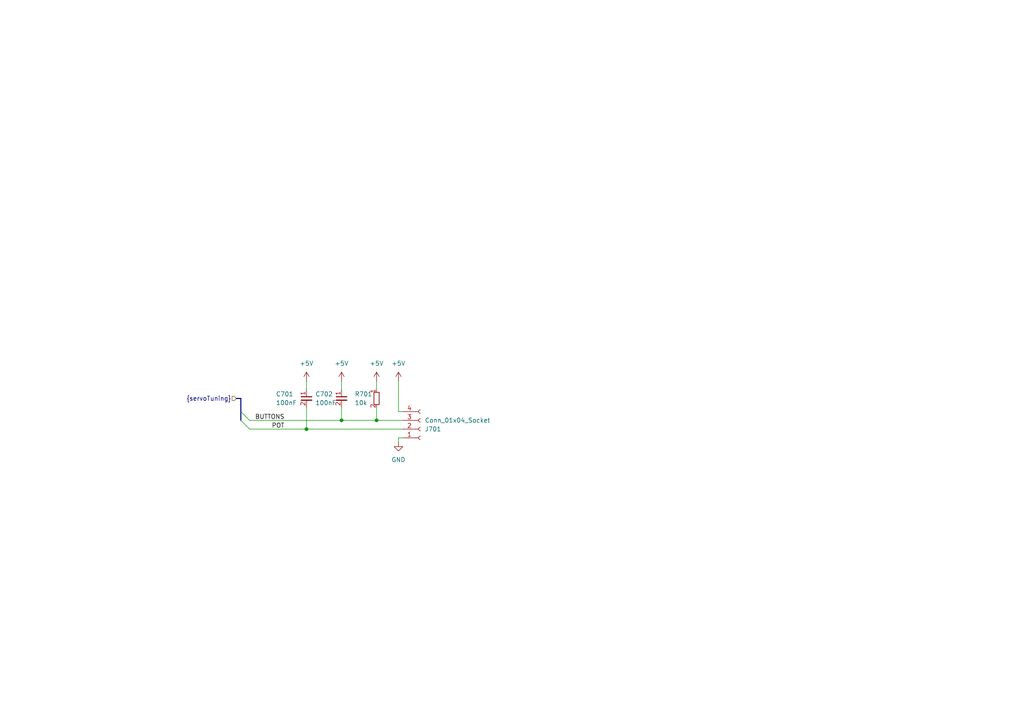
<source format=kicad_sch>
(kicad_sch (version 20231120) (generator "eeschema") (generator_version "8.0")
  (paper "A4")
  (lib_symbols
    (symbol "Connector:Conn_01x04_Socket" (pin_names (offset 1.016) hide)
      (property "Reference" "J" (at 0 5.08 0))
      (property "Value" "Conn_01x04_Socket" (at 0 -7.62 0))
      (symbol "Conn_01x04_Socket_1_1"
        (arc (start 0 -4.572) (mid -0.5058 -5.08) (end 0 -5.588) (stroke (width 0.1524)))
        (arc (start 0 -2.032) (mid -0.5058 -2.54) (end 0 -3.048) (stroke (width 0.1524)))
        (polyline (pts (xy -1.27 -5.08) (xy -0.508 -5.08)) (stroke (width 0.1524)))
        (polyline (pts (xy -1.27 -2.54) (xy -0.508 -2.54)) (stroke (width 0.1524)))
        (polyline (pts (xy -1.27 0) (xy -0.508 0)) (stroke (width 0.1524)))
        (polyline (pts (xy -1.27 2.54) (xy -0.508 2.54)) (stroke (width 0.1524)))
        (arc (start 0 0.508) (mid -0.5058 0) (end 0 -0.508) (stroke (width 0.1524)))
        (arc (start 0 3.048) (mid -0.5058 2.54) (end 0 2.032) (stroke (width 0.1524)))
        (pin passive line (at -5.08 2.54 0) (length 3.81) (name "Pin_1") (number "1"))
        (pin passive line (at -5.08 0 0) (length 3.81) (name "Pin_2") (number "2"))
        (pin passive line (at -5.08 -2.54 0) (length 3.81) (name "Pin_3") (number "3"))
        (pin passive line (at -5.08 -5.08 0) (length 3.81) (name "Pin_4") (number "4"))
      )
    )
    (symbol "capacitor_miscellaneous:C_0402_100nF"
      (property "Reference" "C" (at 1.27 2.54 0))
      (property "Value" "100nF" (at 3.81 -2.54 0))
      (symbol "C_0402_100nF_0_1"
        (polyline (pts (xy -1.524 -0.508) (xy 1.524 -0.508)) (stroke (width 0.3302)))
        (polyline (pts (xy -1.524 0.508) (xy 1.524 0.508)) (stroke (width 0.3048)))
      )
      (symbol "C_0402_100nF_1_1"
        (pin passive line (at 0 2.54 270) (length 2.032) (name "~") (number "1"))
        (pin passive line (at 0 -2.54 90) (length 2.032) (name "~") (number "2"))
      )
    )
    (symbol "power:+5V" (power) (pin_numbers hide) (pin_names (offset 0) hide)
      (property "Value" "+5V" (at 0 3.556 0))
      (symbol "+5V_0_1"
        (polyline (pts (xy -0.762 1.27) (xy 0 2.54)))
        (polyline (pts (xy 0 0) (xy 0 2.54)))
        (polyline (pts (xy 0 2.54) (xy 0.762 1.27)))
      )
      (symbol "+5V_1_1"
        (pin power_in line (at 0 0 90) (length 0) (name "~") (number "1"))
      )
    )
    (symbol "power:GND" (power) (pin_numbers hide) (pin_names (offset 0) hide)
      (property "Value" "GND" (at 0 -3.81 0))
      (symbol "GND_0_1"
        (polyline (pts (xy 0 0) (xy 0 -1.27) (xy 1.27 -1.27) (xy 0 -2.54) (xy -1.27 -1.27) (xy 0 -1.27)))
      )
      (symbol "GND_1_1"
        (pin power_in line (at 0 0 270) (length 0) (name "~") (number "1"))
      )
    )
    (symbol "resistors_0603:R_10k_0603"
      (property "Reference" "R" (at 1.27 2.54 0))
      (property "Value" "10k" (at 2.54 -2.54 0))
      (symbol "R_10k_0603_0_1"
        (rectangle (start -0.762 1.778) (end 0.762 -1.778) (stroke (width 0.2032)))
      )
      (symbol "R_10k_0603_1_1"
        (pin passive line (at 0 2.54 270) (length 0.762) (name "~") (number "1"))
        (pin passive line (at 0 -2.54 90) (length 0.762) (name "~") (number "2"))
      )
    )
  )
  (junction (at 99.06 121.92))
  (junction (at 109.22 121.92))
  (junction (at 88.9 124.46))
  (bus_entry (at 72.39 124.46) (size -2.54 -2.54))
  (bus_entry (at 72.39 121.92) (size -2.54 -2.54))
  (wire (pts (xy 72.39 124.46) (xy 88.9 124.46)))
  (bus (pts (xy 69.85 119.38) (xy 69.85 121.92)))
  (wire (pts (xy 99.06 118.11) (xy 99.06 121.92)))
  (wire (pts (xy 88.9 118.11) (xy 88.9 124.46)))
  (wire (pts (xy 115.57 128.27) (xy 115.57 127)))
  (wire (pts (xy 109.22 121.92) (xy 116.84 121.92)))
  (wire (pts (xy 115.57 110.49) (xy 115.57 119.38)))
  (wire (pts (xy 88.9 124.46) (xy 116.84 124.46)))
  (wire (pts (xy 115.57 127) (xy 116.84 127)))
  (wire (pts (xy 109.22 110.49) (xy 109.22 113.03)))
  (bus (pts (xy 69.85 115.57) (xy 69.85 119.38)))
  (wire (pts (xy 99.06 110.49) (xy 99.06 113.03)))
  (wire (pts (xy 109.22 118.11) (xy 109.22 121.92)))
  (wire (pts (xy 72.39 121.92) (xy 99.06 121.92)))
  (bus (pts (xy 68.58 115.57) (xy 69.85 115.57)))
  (wire (pts (xy 99.06 121.92) (xy 109.22 121.92)))
  (wire (pts (xy 115.57 119.38) (xy 116.84 119.38)))
  (wire (pts (xy 88.9 110.49) (xy 88.9 113.03)))
  (label "BUTTONS" (at 82.55 121.92 180))
  (label "POT" (at 82.55 124.46 180))
  (hierarchical_label "{servoTuning}" (shape input) (at 68.58 115.57 180))
  (symbol (lib_id "resistors_0603:R_10k_0603") (at 109.22 115.57 0) (unit 1)
    (property "Reference" "R701" (at 102.87 114.3 0) (effects (justify left)))
    (property "Value" "10k" (at 102.87 116.84 0) (effects (justify left)))
    (property "Footprint" "custom_kicad_lib_sk:R_0603_smalltext" (effects (hide yes)))
    (property "JLCPCB Part#" "C25804" (effects (hide yes)))
  )
  (symbol (lib_id "power:GND") (at 115.57 128.27 0) (unit 1)
    (property "Reference" "#PWR0705" (effects (hide yes)))
    (property "Value" "GND" (at 115.57 133.35 0))
    (property "Description" "Power symbol creates a global label with name \"GND\" , ground" (effects (hide yes)))
  )
  (symbol (lib_id "power:+5V") (at 88.9 110.49 0) (unit 1)
    (property "Reference" "#PWR0701" (effects (hide yes)))
    (property "Value" "+5V" (at 88.9 105.41 0))
    (property "Description" "Power symbol creates a global label with name \"+5V\"" (effects (hide yes)))
  )
  (symbol (lib_id "power:+5V") (at 109.22 110.49 0) (unit 1)
    (property "Reference" "#PWR0703" (effects (hide yes)))
    (property "Value" "+5V" (at 109.22 105.41 0))
    (property "Description" "Power symbol creates a global label with name \"+5V\"" (effects (hide yes)))
  )
  (symbol (lib_id "capacitor_miscellaneous:C_0402_100nF") (at 99.06 115.57 0) (unit 1)
    (property "Reference" "C702" (at 91.44 114.3 0) (effects (justify left)))
    (property "Value" "100nF" (at 91.44 116.84 0) (effects (justify left)))
    (property "Footprint" "Capacitor_SMD:C_0402_1005Metric" (effects (hide yes)))
    (property "JLCPCB Part#" "C307331" (effects (hide yes)))
  )
  (symbol (lib_id "Connector:Conn_01x04_Socket") (at 121.92 124.46 0) (mirror x) (unit 1)
    (property "Reference" "J701" (at 123.19 124.4601 0) (effects (justify left)))
    (property "Value" "Conn_01x04_Socket" (at 123.19 121.9201 0) (effects (justify left)))
    (property "Footprint" "Connector_JST:JST_SH_SM04B-SRSS-TB_1x04-1MP_P1.00mm_Horizontal" (effects (hide yes)))
    (property "Description" "Generic connector, single row, 01x04, script generated" (effects (hide yes)))
  )
  (symbol (lib_id "power:+5V") (at 99.06 110.49 0) (unit 1)
    (property "Reference" "#PWR0702" (effects (hide yes)))
    (property "Value" "+5V" (at 99.06 105.41 0))
    (property "Description" "Power symbol creates a global label with name \"+5V\"" (effects (hide yes)))
  )
  (symbol (lib_id "capacitor_miscellaneous:C_0402_100nF") (at 88.9 115.57 0) (unit 1)
    (property "Reference" "C701" (at 80.01 114.3 0) (effects (justify left)))
    (property "Value" "100nF" (at 80.01 116.84 0) (effects (justify left)))
    (property "Footprint" "Capacitor_SMD:C_0402_1005Metric" (effects (hide yes)))
    (property "JLCPCB Part#" "C307331" (effects (hide yes)))
  )
  (symbol (lib_id "power:+5V") (at 115.57 110.49 0) (unit 1)
    (property "Reference" "#PWR0704" (effects (hide yes)))
    (property "Value" "+5V" (at 115.57 105.41 0))
    (property "Description" "Power symbol creates a global label with name \"+5V\"" (effects (hide yes)))
  )
)
</source>
